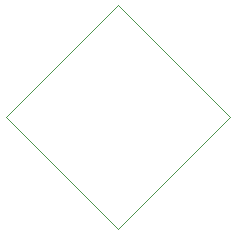
<source format=gbr>
G04 #@! TF.FileFunction,Other,User*
%FSLAX46Y46*%
G04 Gerber Fmt 4.6, Leading zero omitted, Abs format (unit mm)*
G04 Created by KiCad (PCBNEW 4.0.1-stable) date Friday, September 23, 2016 'AMt' 01:17:15 AM*
%MOMM*%
G01*
G04 APERTURE LIST*
%ADD10C,0.100000*%
%ADD11C,0.050000*%
G04 APERTURE END LIST*
D10*
D11*
X130670000Y-66854769D02*
X121194769Y-76330000D01*
X140145231Y-76330000D02*
X130670000Y-85805231D01*
X130670000Y-66854769D02*
X140145231Y-76330000D01*
X121194769Y-76330000D02*
X130670000Y-85805231D01*
M02*

</source>
